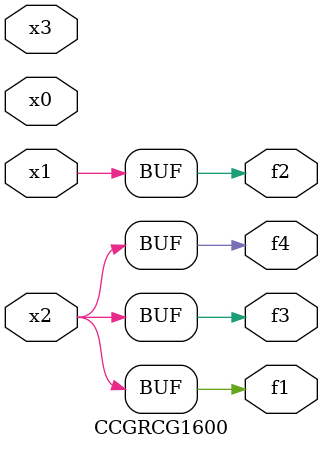
<source format=v>
module CCGRCG1600(
	input x0, x1, x2, x3,
	output f1, f2, f3, f4
);
	assign f1 = x2;
	assign f2 = x1;
	assign f3 = x2;
	assign f4 = x2;
endmodule

</source>
